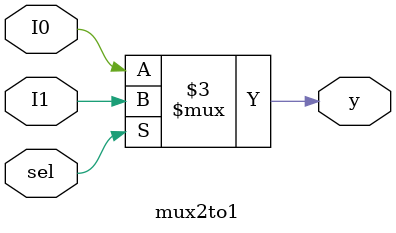
<source format=v>
module mux2to1 (
    input I0,I1,sel,
    output reg y
);
    always @(*) begin
        if (sel) begin
            y=I1;
        end else begin
            y=I0;
        end
    end
endmodule
</source>
